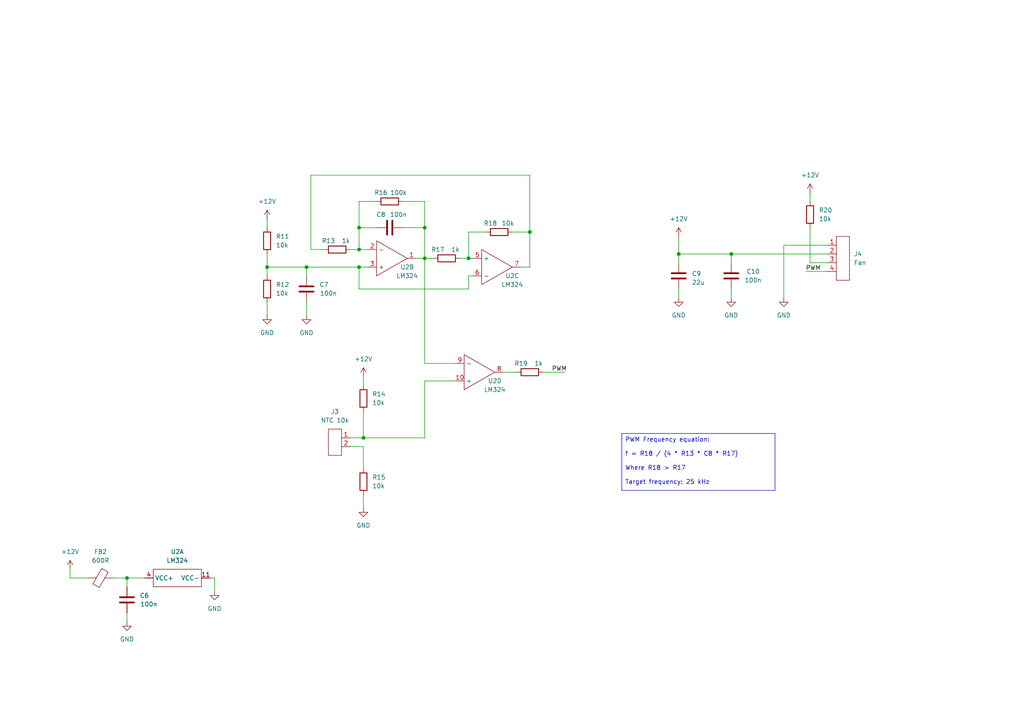
<source format=kicad_sch>
(kicad_sch (version 20230121) (generator eeschema)
  (paper "A4")
  (title_block (title "Fan Control") (date "2023-02-27") (company "Joel Bodenmann"))
  (lib_symbols
    (symbol "connectors:Conn_2x1"
      (property "Reference" "J" (at 1.27 3.81 0))
      (property "Value" "Conn_2x1" (at 1.27 1.27 0))
      (symbol "Conn_2x1_0_1"
        (rectangle (start 0 0) (end 3.81 -7.62))
      )
      (symbol "Conn_2x1_1_1"
        (pin passive line (at -2.54 -2.54 0) (length 2.54) (name "") (number "1"))
        (pin passive line (at -2.54 -5.08 0) (length 2.54) (name "") (number "2"))
      )
    )
    (symbol "connectors:Conn_4x1"
      (property "Reference" "J" (at 1.27 3.81 0))
      (property "Value" "Conn_4x1" (at 1.27 1.27 0))
      (symbol "Conn_4x1_0_1"
        (rectangle (start 0 0) (end 3.81 -12.7))
      )
      (symbol "Conn_4x1_1_1"
        (pin passive line (at -2.54 -2.54 0) (length 2.54) (name "") (number "1"))
        (pin passive line (at -2.54 -5.08 0) (length 2.54) (name "") (number "2"))
        (pin passive line (at -2.54 -7.62 0) (length 2.54) (name "") (number "3"))
        (pin passive line (at -2.54 -10.16 0) (length 2.54) (name "") (number "4"))
      )
    )
    (symbol "device:C" (pin_numbers hide) (pin_names (offset 0.254))
      (property "Reference" "C" (at 0.635 2.54 0))
      (property "Value" "C" (at 0.635 -2.54 0))
      (symbol "C_0_1"
        (polyline (pts (xy -2.032 -0.762) (xy 2.032 -0.762)) (stroke (width 0.508)))
        (polyline (pts (xy -2.032 0.762) (xy 2.032 0.762)) (stroke (width 0.508)))
      )
      (symbol "C_1_1"
        (pin passive line (at 0 3.81 270) (length 2.794) (name "~") (number "1"))
        (pin passive line (at 0 -3.81 90) (length 2.794) (name "~") (number "2"))
      )
    )
    (symbol "device:FerriteBead" (pin_numbers hide) (pin_names (offset 0))
      (property "Reference" "FB" (at -3.81 0.635 90))
      (property "Value" "FerriteBead" (at 3.81 0 90))
      (symbol "FerriteBead_0_1"
        (polyline (pts (xy 0 -1.27) (xy 0 -1.2192)))
        (polyline (pts (xy 0 1.27) (xy 0 1.2954)))
        (polyline (pts (xy -2.7686 0.4064) (xy -1.7018 2.2606) (xy 2.7686 -0.3048) (xy 1.6764 -2.159) (xy -2.7686 0.4064)))
      )
      (symbol "FerriteBead_1_1"
        (pin passive line (at 0 3.81 270) (length 2.54) (name "~") (number "1"))
        (pin passive line (at 0 -3.81 90) (length 2.54) (name "~") (number "2"))
      )
    )
    (symbol "device:R" (pin_numbers hide) (pin_names (offset 0))
      (property "Reference" "R" (at 2.032 0 90))
      (property "Value" "R" (at 0 0 90))
      (symbol "R_0_1"
        (rectangle (start -1.016 -2.54) (end 1.016 2.54) (stroke (width 0.254)))
      )
      (symbol "R_1_1"
        (pin passive line (at 0 3.81 270) (length 1.27) (name "~") (number "1"))
        (pin passive line (at 0 -3.81 90) (length 1.27) (name "~") (number "2"))
      )
    )
    (symbol "gnd:GND" (power) (pin_names (offset 0))
      (property "Value" "GND" (at 0 -3.81 0))
      (symbol "GND_0_1"
        (polyline (pts (xy 0 0) (xy 0 -1.27) (xy 1.27 -1.27) (xy 0 -2.54) (xy -1.27 -1.27) (xy 0 -1.27)))
      )
      (symbol "GND_1_1"
        (pin power_in line (at 0 0 270) (length 0) hide (name "GND") (number "1"))
      )
    )
    (symbol "opamp:LM324"
      (property "Reference" "U" (at 0 3.81 0))
      (property "Value" "LM324" (at 0 1.27 0))
      (symbol "LM324_1_1"
        (rectangle (start 0 0) (end 13.97 -5.08))
        (pin power_in line (at 16.51 -2.54 180) (length 2.54) (name "VCC-") (number "11"))
        (pin power_in line (at -2.54 -2.54 0) (length 2.54) (name "VCC+") (number "4"))
      )
      (symbol "LM324_2_1"
        (polyline (pts (xy 0 0) (xy 0 -10.16) (xy 8.89 -5.08) (xy 0 0)))
        (pin passive line (at 11.43 -5.08 180) (length 2.54) (name "") (number "1"))
        (pin passive line (at -2.54 -7.62 0) (length 2.54) (name "-") (number "2"))
        (pin passive line (at -2.54 -2.54 0) (length 2.54) (name "+") (number "3"))
      )
      (symbol "LM324_3_1"
        (polyline (pts (xy 0 0) (xy 0 -10.16) (xy 8.89 -5.08) (xy 0 0)))
        (pin passive line (at -2.54 -2.54 0) (length 2.54) (name "+") (number "5"))
        (pin passive line (at -2.54 -7.62 0) (length 2.54) (name "-") (number "6"))
        (pin passive line (at 11.43 -5.08 180) (length 2.54) (name "") (number "7"))
      )
      (symbol "LM324_4_1"
        (polyline (pts (xy 0 0) (xy 0 -10.16) (xy 8.89 -5.08) (xy 0 0)))
        (pin passive line (at -2.54 -2.54 0) (length 2.54) (name "+") (number "10"))
        (pin passive line (at 11.43 -5.08 180) (length 2.54) (name "") (number "8"))
        (pin passive line (at -2.54 -7.62 0) (length 2.54) (name "-") (number "9"))
      )
      (symbol "LM324_5_1"
        (polyline (pts (xy 0 0) (xy 0 -10.16) (xy 8.89 -5.08) (xy 0 0)))
        (pin passive line (at -2.54 -2.54 0) (length 2.54) (name "+") (number "12"))
        (pin passive line (at -2.54 -7.62 0) (length 2.54) (name "-") (number "13"))
        (pin passive line (at 11.43 -5.08 180) (length 2.54) (name "") (number "14"))
      )
    )
    (symbol "power:+12V" (power) (pin_names (offset 0))
      (property "Value" "+12V" (at 0 3.556 0))
      (symbol "+12V_0_1"
        (polyline (pts (xy -0.762 1.27) (xy 0 2.54)))
        (polyline (pts (xy 0 0) (xy 0 2.54)))
        (polyline (pts (xy 0 2.54) (xy 0.762 1.27)))
      )
      (symbol "+12V_1_1"
        (pin power_in line (at 0 0 90) (length 0) hide (name "+12V") (number "1"))
      )
    )
  )
  (junction (at 104.14 66.04))
  (junction (at 153.67 67.31))
  (junction (at 104.14 77.47))
  (junction (at 77.47 77.47))
  (junction (at 88.9 77.47))
  (junction (at 104.14 72.39))
  (junction (at 212.09 73.66))
  (junction (at 36.83 167.64))
  (junction (at 105.41 127))
  (junction (at 123.19 66.04))
  (junction (at 123.19 74.93))
  (junction (at 196.85 73.66))
  (junction (at 135.89 74.93))
  (wire (pts (xy 153.67 67.31) (xy 153.67 77.47)))
  (wire (pts (xy 137.16 80.01) (xy 135.89 80.01)))
  (wire (pts (xy 36.83 177.8) (xy 36.83 180.34)))
  (wire (pts (xy 234.95 66.04) (xy 234.95 76.2)))
  (wire (pts (xy 212.09 73.66) (xy 240.03 73.66)))
  (wire (pts (xy 101.6 72.39) (xy 104.14 72.39)))
  (wire (pts (xy 77.47 73.66) (xy 77.47 77.47)))
  (wire (pts (xy 123.19 74.93) (xy 125.73 74.93)))
  (wire (pts (xy 105.41 129.54) (xy 105.41 135.89)))
  (wire (pts (xy 196.85 73.66) (xy 212.09 73.66)))
  (wire (pts (xy 104.14 77.47) (xy 106.68 77.47)))
  (wire (pts (xy 120.65 74.93) (xy 123.19 74.93)))
  (wire (pts (xy 132.08 105.41) (xy 123.19 105.41)))
  (wire (pts (xy 77.47 63.5) (xy 77.47 66.04)))
  (wire (pts (xy 105.41 143.51) (xy 105.41 147.32)))
  (wire (pts (xy 233.68 78.74) (xy 240.03 78.74)))
  (wire (pts (xy 105.41 109.22) (xy 105.41 111.76)))
  (wire (pts (xy 101.6 129.54) (xy 105.41 129.54)))
  (wire (pts (xy 227.33 71.12) (xy 227.33 86.36)))
  (wire (pts (xy 132.08 110.49) (xy 123.19 110.49)))
  (wire (pts (xy 62.23 171.45) (xy 62.23 167.64)))
  (wire (pts (xy 104.14 83.82) (xy 104.14 77.47)))
  (wire (pts (xy 104.14 66.04) (xy 109.22 66.04)))
  (wire (pts (xy 123.19 105.41) (xy 123.19 74.93)))
  (wire (pts (xy 157.48 107.95) (xy 163.83 107.95)))
  (wire (pts (xy 196.85 68.58) (xy 196.85 73.66)))
  (wire (pts (xy 62.23 167.64) (xy 60.96 167.64)))
  (wire (pts (xy 116.84 58.42) (xy 123.19 58.42)))
  (wire (pts (xy 20.32 167.64) (xy 25.4 167.64)))
  (wire (pts (xy 104.14 72.39) (xy 106.68 72.39)))
  (wire (pts (xy 123.19 58.42) (xy 123.19 66.04)))
  (wire (pts (xy 146.05 107.95) (xy 149.86 107.95)))
  (wire (pts (xy 196.85 83.82) (xy 196.85 86.36)))
  (wire (pts (xy 88.9 87.63) (xy 88.9 91.44)))
  (wire (pts (xy 123.19 110.49) (xy 123.19 127)))
  (wire (pts (xy 140.97 67.31) (xy 135.89 67.31)))
  (wire (pts (xy 104.14 58.42) (xy 104.14 66.04)))
  (wire (pts (xy 116.84 66.04) (xy 123.19 66.04)))
  (wire (pts (xy 88.9 80.01) (xy 88.9 77.47)))
  (wire (pts (xy 77.47 87.63) (xy 77.47 91.44)))
  (wire (pts (xy 36.83 167.64) (xy 36.83 170.18)))
  (wire (pts (xy 153.67 77.47) (xy 151.13 77.47)))
  (wire (pts (xy 93.98 72.39) (xy 90.17 72.39)))
  (wire (pts (xy 123.19 66.04) (xy 123.19 74.93)))
  (wire (pts (xy 212.09 73.66) (xy 212.09 76.2)))
  (wire (pts (xy 234.95 76.2) (xy 240.03 76.2)))
  (wire (pts (xy 240.03 71.12) (xy 227.33 71.12)))
  (wire (pts (xy 101.6 127) (xy 105.41 127)))
  (wire (pts (xy 135.89 80.01) (xy 135.89 83.82)))
  (wire (pts (xy 135.89 83.82) (xy 104.14 83.82)))
  (wire (pts (xy 41.91 167.64) (xy 36.83 167.64)))
  (wire (pts (xy 123.19 127) (xy 105.41 127)))
  (wire (pts (xy 135.89 74.93) (xy 137.16 74.93)))
  (wire (pts (xy 133.35 74.93) (xy 135.89 74.93)))
  (wire (pts (xy 234.95 55.88) (xy 234.95 58.42)))
  (wire (pts (xy 212.09 83.82) (xy 212.09 86.36)))
  (wire (pts (xy 109.22 58.42) (xy 104.14 58.42)))
  (wire (pts (xy 105.41 119.38) (xy 105.41 127)))
  (wire (pts (xy 148.59 67.31) (xy 153.67 67.31)))
  (wire (pts (xy 88.9 77.47) (xy 104.14 77.47)))
  (wire (pts (xy 135.89 67.31) (xy 135.89 74.93)))
  (wire (pts (xy 77.47 77.47) (xy 88.9 77.47)))
  (wire (pts (xy 90.17 72.39) (xy 90.17 50.8)))
  (wire (pts (xy 153.67 50.8) (xy 153.67 67.31)))
  (wire (pts (xy 77.47 80.01) (xy 77.47 77.47)))
  (wire (pts (xy 196.85 73.66) (xy 196.85 76.2)))
  (wire (pts (xy 90.17 50.8) (xy 153.67 50.8)))
  (wire (pts (xy 104.14 66.04) (xy 104.14 72.39)))
  (wire (pts (xy 33.02 167.64) (xy 36.83 167.64)))
  (wire (pts (xy 20.32 165.1) (xy 20.32 167.64)))
  (text_box "PWM Frequency equation:\n\nf = R18 / (4 * R13 * C8 * R17)\n\nWhere R18 > R17\n\nTarget frequency: 25 kHz" (at 180.34 125.73 0) (size 44.45 16.51) (effects (font (size 1.27 1.27)) (justify left top)))
  (label "PWM" (at 160.02 107.95 0))
  (label "PWM" (at 233.68 78.74 0))
  (symbol (lib_id "device:R") (at 234.95 62.23 0) (unit 1)
    (property "Reference" "R20" (at 237.49 60.9599 0) (effects (justify left)))
    (property "Value" "10k" (at 237.49 63.4999 0) (effects (justify left)))
    (property "Footprint" "resistor_smd:R_0603_1608Metric" (effects hide))
  )
  (symbol (lib_id "opamp:LM324") (at 44.45 165.1 0) (unit 1)
    (property "Reference" "U2" (at 51.435 160.02 0))
    (property "Value" "LM324" (at 51.435 162.56 0))
    (property "Footprint" "package_soic:SOIC-14" (effects hide))
  )
  (symbol (lib_id "device:FerriteBead") (at 29.21 167.64 90) (unit 1)
    (property "Reference" "FB2" (at 29.1592 160.02 90))
    (property "Value" "600R" (at 29.1592 162.56 90))
    (property "Footprint" "ferrite_bead:ferrite_bead_0603" (effects hide))
  )
  (symbol (lib_id "connectors:Conn_4x1") (at 242.57 68.58 0) (unit 1)
    (property "Reference" "J4" (at 247.65 73.6599 0) (effects (justify left)))
    (property "Value" "Fan" (at 247.65 76.1999 0) (effects (justify left)))
    (property "Footprint" "connector_molex:molex_kk_1x4_vertical_th" (effects hide))
  )
  (symbol (lib_id "opamp:LM324") (at 134.62 113.03 0) (mirror x) (unit 4)
    (property "Reference" "U2" (at 143.51 110.49 0))
    (property "Value" "LM324" (at 143.51 113.03 0))
    (property "Footprint" "package_soic:SOIC-14" (effects hide))
  )
  (symbol (lib_id "device:R") (at 77.47 69.85 0) (unit 1)
    (property "Reference" "R11" (at 80.01 68.5799 0) (effects (justify left)))
    (property "Value" "10k" (at 80.01 71.1199 0) (effects (justify left)))
    (property "Footprint" "resistor_smd:R_0603_1608Metric" (effects hide))
  )
  (symbol (lib_id "device:C") (at 36.83 173.99 180) (unit 1)
    (property "Reference" "C6" (at 41.91 172.72 0))
    (property "Value" "100n" (at 43.18 175.26 0))
    (property "Footprint" "capicator_smd:C_0603_1608Metric" (effects hide))
  )
  (symbol (lib_id "device:C") (at 88.9 83.82 180) (unit 1)
    (property "Reference" "C7" (at 93.98 82.55 0))
    (property "Value" "100n" (at 95.25 85.09 0))
    (property "Footprint" "capicator_smd:C_0603_1608Metric" (effects hide))
  )
  (symbol (lib_id "gnd:GND") (at 77.47 91.44 0) (unit 1)
    (property "Reference" "#PWR019" (effects hide))
    (property "Value" "GND" (at 77.47 96.52 0))
  )
  (symbol (lib_id "opamp:LM324") (at 139.7 72.39 0) (unit 3)
    (property "Reference" "U2" (at 148.59 80.01 0))
    (property "Value" "LM324" (at 148.59 82.55 0))
    (property "Footprint" "package_soic:SOIC-14" (effects hide))
  )
  (symbol (lib_id "device:C") (at 113.03 66.04 90) (unit 1)
    (property "Reference" "C8" (at 110.49 62.23 90))
    (property "Value" "100n" (at 115.57 62.23 90))
    (property "Footprint" "capicator_smd:C_0603_1608Metric" (effects hide))
  )
  (symbol (lib_id "power:+12V") (at 234.95 55.88 0) (unit 1)
    (property "Reference" "#PWR027" (effects hide))
    (property "Value" "+12V" (at 234.95 50.8 0))
  )
  (symbol (lib_id "device:R") (at 129.54 74.93 90) (unit 1)
    (property "Reference" "R17" (at 127 72.39 90))
    (property "Value" "1k" (at 132.08 72.39 90))
    (property "Footprint" "resistor_smd:R_0603_1608Metric" (effects hide))
  )
  (symbol (lib_id "connectors:Conn_2x1") (at 99.06 124.46 0) (mirror y) (unit 1)
    (property "Reference" "J3" (at 97.155 119.38 0))
    (property "Value" "NTC 10k" (at 97.155 121.92 0))
    (property "Footprint" "connector_molex:molex_kk_1x2_vertical_th" (effects hide))
  )
  (symbol (lib_id "power:+12V") (at 196.85 68.58 0) (unit 1)
    (property "Reference" "#PWR023" (effects hide))
    (property "Value" "+12V" (at 196.85 63.5 0))
  )
  (symbol (lib_id "gnd:GND") (at 62.23 171.45 0) (unit 1)
    (property "Reference" "#PWR017" (effects hide))
    (property "Value" "GND" (at 62.23 176.53 0))
  )
  (symbol (lib_id "power:+12V") (at 105.41 109.22 0) (unit 1)
    (property "Reference" "#PWR021" (effects hide))
    (property "Value" "+12V" (at 105.41 104.14 0))
  )
  (symbol (lib_id "device:R") (at 77.47 83.82 0) (unit 1)
    (property "Reference" "R12" (at 80.01 82.5499 0) (effects (justify left)))
    (property "Value" "10k" (at 80.01 85.0899 0) (effects (justify left)))
    (property "Footprint" "resistor_smd:R_0603_1608Metric" (effects hide))
  )
  (symbol (lib_id "device:R") (at 105.41 139.7 0) (unit 1)
    (property "Reference" "R15" (at 107.95 138.4299 0) (effects (justify left)))
    (property "Value" "10k" (at 107.95 140.9699 0) (effects (justify left)))
    (property "Footprint" "resistor_smd:R_0603_1608Metric" (effects hide))
  )
  (symbol (lib_id "device:C") (at 196.85 80.01 0) (unit 1)
    (property "Reference" "C9" (at 200.66 79.375 0) (effects (justify left)))
    (property "Value" "22u" (at 200.66 81.915 0) (effects (justify left)))
    (property "Footprint" "capicator_smd:CP_Elec_5x5.4" (effects hide))
  )
  (symbol (lib_id "device:R") (at 113.03 58.42 90) (unit 1)
    (property "Reference" "R16" (at 110.49 55.88 90))
    (property "Value" "100k" (at 115.57 55.88 90))
    (property "Footprint" "resistor_smd:R_0603_1608Metric" (effects hide))
  )
  (symbol (lib_id "gnd:GND") (at 196.85 86.36 0) (unit 1)
    (property "Reference" "#PWR024" (effects hide))
    (property "Value" "GND" (at 196.85 91.44 0))
  )
  (symbol (lib_id "power:+12V") (at 20.32 165.1 0) (unit 1)
    (property "Reference" "#PWR015" (effects hide))
    (property "Value" "+12V" (at 20.32 160.02 0))
  )
  (symbol (lib_id "device:R") (at 144.78 67.31 90) (unit 1)
    (property "Reference" "R18" (at 142.24 64.77 90))
    (property "Value" "10k" (at 147.32 64.77 90))
    (property "Footprint" "resistor_smd:R_0603_1608Metric" (effects hide))
  )
  (symbol (lib_id "gnd:GND") (at 105.41 147.32 0) (unit 1)
    (property "Reference" "#PWR022" (effects hide))
    (property "Value" "GND" (at 105.41 152.4 0))
  )
  (symbol (lib_id "gnd:GND") (at 88.9 91.44 0) (unit 1)
    (property "Reference" "#PWR020" (effects hide))
    (property "Value" "GND" (at 88.9 96.52 0))
  )
  (symbol (lib_id "gnd:GND") (at 36.83 180.34 0) (unit 1)
    (property "Reference" "#PWR016" (effects hide))
    (property "Value" "GND" (at 36.83 185.42 0))
  )
  (symbol (lib_id "gnd:GND") (at 227.33 86.36 0) (unit 1)
    (property "Reference" "#PWR026" (effects hide))
    (property "Value" "GND" (at 227.33 91.44 0))
  )
  (symbol (lib_id "power:+12V") (at 77.47 63.5 0) (unit 1)
    (property "Reference" "#PWR018" (effects hide))
    (property "Value" "+12V" (at 77.47 58.42 0))
  )
  (symbol (lib_id "device:R") (at 105.41 115.57 0) (unit 1)
    (property "Reference" "R14" (at 107.95 114.2999 0) (effects (justify left)))
    (property "Value" "10k" (at 107.95 116.8399 0) (effects (justify left)))
    (property "Footprint" "resistor_smd:R_0603_1608Metric" (effects hide))
  )
  (symbol (lib_id "device:C") (at 212.09 80.01 180) (unit 1)
    (property "Reference" "C10" (at 218.44 78.74 0))
    (property "Value" "100n" (at 218.44 81.28 0))
    (property "Footprint" "capicator_smd:C_0603_1608Metric" (effects hide))
  )
  (symbol (lib_id "opamp:LM324") (at 109.22 80.01 0) (mirror x) (unit 2)
    (property "Reference" "U2" (at 118.11 77.47 0))
    (property "Value" "LM324" (at 118.11 80.01 0))
    (property "Footprint" "package_soic:SOIC-14" (effects hide))
  )
  (symbol (lib_id "gnd:GND") (at 212.09 86.36 0) (unit 1)
    (property "Reference" "#PWR025" (effects hide))
    (property "Value" "GND" (at 212.09 91.44 0))
  )
  (symbol (lib_id "device:R") (at 97.79 72.39 90) (unit 1)
    (property "Reference" "R13" (at 95.25 69.85 90))
    (property "Value" "1k" (at 100.33 69.85 90))
    (property "Footprint" "resistor_smd:R_0603_1608Metric" (effects hide))
  )
  (symbol (lib_id "device:R") (at 153.67 107.95 90) (unit 1)
    (property "Reference" "R19" (at 151.13 105.41 90))
    (property "Value" "1k" (at 156.21 105.41 90))
    (property "Footprint" "resistor_smd:R_0603_1608Metric" (effects hide))
  )
)
</source>
